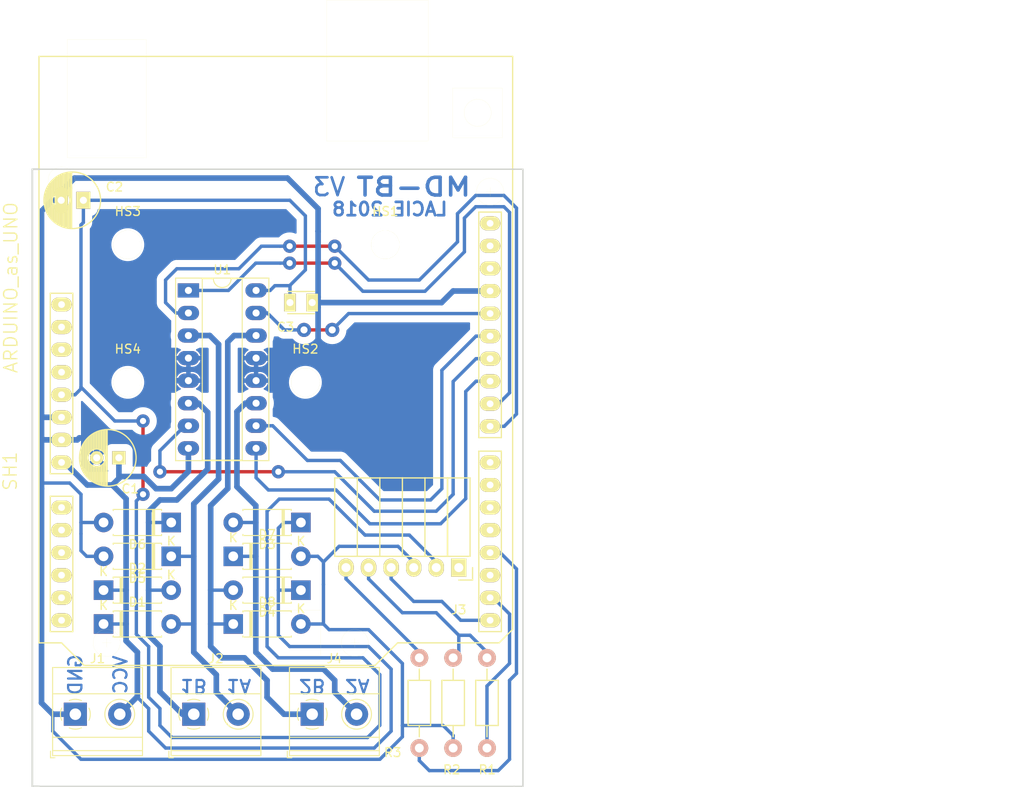
<source format=kicad_pcb>
(kicad_pcb (version 20221018) (generator pcbnew)
  (layers (0 "F.Cu" signal) (31 "B.Cu" signal) (34 "B.Paste" user) (35 "F.Paste" user) (36 "B.SilkS" user "B.Silkscreen") (37 "F.SilkS" user "F.Silkscreen") (38 "B.Mask" user) (39 "F.Mask" user) (44 "Edge.Cuts" user))
  (net 0 "")
  (net 1 "/ME12")
  (net 2 "/M1A")
  (net 3 "GND")
  (net 4 "/M2A")
  (net 5 "VCC")
  (net 6 "/ME34")
  (net 7 "+5V")
  (net 8 "/BT_STATE")
  (net 9 "/BT_TXD")
  (net 10 "Net-(J3-Pad6)")
  (net 11 "/BT_RXD")
  (net 12 "Net-(SH1-PadNC)")
  (net 13 "Net-(SH1-PadRST)")
  (net 14 "+3V3")
  (net 15 "Net-(SH1-PadA0)")
  (net 16 "Net-(SH1-PadA4/1)")
  (net 17 "Net-(SH1-PadA5/1)")
  (net 18 "Net-(SH1-PadAREF)")
  (net 19 "Net-(SH1-PadIREF)")
  (net 20 "Net-(SH1-PadA1)")
  (net 21 "Net-(SH1-PadA2)")
  (net 22 "Net-(SH1-PadA3)")
  (net 23 "Net-(SH1-Pad4)")
  (net 24 "Net-(SH1-Pad5)")
  (net 25 "Net-(SH1-Pad6)")
  (net 26 "Net-(SH1-Pad7)")
  (net 27 "/M1B")
  (net 28 "/M2B")
  (net 29 "/1A")
  (net 30 "/2A")
  (net 31 "/3A")
  (net 32 "/4A")
  (net 33 "Net-(SH1-PadA4/2)")
  (net 34 "Net-(SH1-PadA5/2)")
  (net 35 "Net-(J3-Pad1)")
  (net 36 "Net-(SH1-Pad2)")
  (net 37 "Net-(J3-Pad5)")
  (footprint "Package_DIP:DIP-16_W7.62mm_Socket_LongPads" (layer "F.Cu") (at 42.895 32.2875)
    (fp_text reference "U1" (at 3.81 -2.33) (layer "F.SilkS"))
    (fp_text value "L293")
    (pad "1" thru_hole rect (at 0 0) (size 2.4 1.6) (drill 0.8) (layers "*.Cu" "*.Mask") (net 1 "/ME12"))
    (pad "2" thru_hole oval (at 0 2.54) (size 2.4 1.6) (drill 0.8) (layers "*.Cu" "*.Mask") (net 29 "/1A"))
    (pad "3" thru_hole oval (at 0 5.08) (size 2.4 1.6) (drill 0.8) (layers "*.Cu" "*.Mask") (net 2 "/M1A"))
    (pad "4" thru_hole oval (at 0 7.62) (size 2.4 1.6) (drill 0.8) (layers "*.Cu" "*.Mask") (net 3 "GND"))
    (pad "5" thru_hole oval (at 0 10.16) (size 2.4 1.6) (drill 0.8) (layers "*.Cu" "*.Mask") (net 3 "GND"))
    (pad "6" thru_hole oval (at 0 12.7) (size 2.4 1.6) (drill 0.8) (layers "*.Cu" "*.Mask") (net 27 "/M1B"))
    (pad "7" thru_hole oval (at 0 15.24) (size 2.4 1.6) (drill 0.8) (layers "*.Cu" "*.Mask") (net 30 "/2A"))
    (pad "8" thru_hole oval (at 0 17.78) (size 2.4 1.6) (drill 0.8) (layers "*.Cu" "*.Mask") (net 5 "VCC"))
    (pad "9" thru_hole oval (at 7.62 17.78) (size 2.4 1.6) (drill 0.8) (layers "*.Cu" "*.Mask") (net 6 "/ME34"))
    (pad "10" thru_hole oval (at 7.62 15.24) (size 2.4 1.6) (drill 0.8) (layers "*.Cu" "*.Mask") (net 31 "/3A"))
    (pad "11" thru_hole oval (at 7.62 12.7) (size 2.4 1.6) (drill 0.8) (layers "*.Cu" "*.Mask") (net 4 "/M2A"))
    (pad "12" thru_hole oval (at 7.62 10.16) (size 2.4 1.6) (drill 0.8) (layers "*.Cu" "*.Mask") (net 3 "GND"))
    (pad "13" thru_hole oval (at 7.62 7.62) (size 2.4 1.6) (drill 0.8) (layers "*.Cu" "*.Mask") (net 3 "GND"))
    (pad "14" thru_hole oval (at 7.62 5.08) (size 2.4 1.6) (drill 0.8) (layers "*.Cu" "*.Mask") (net 28 "/M2B"))
    (pad "15" thru_hole oval (at 7.62 2.54) (size 2.4 1.6) (drill 0.8) (layers "*.Cu" "*.Mask") (net 32 "/4A"))
    (pad "16" thru_hole oval (at 7.62 0) (size 2.4 1.6) (drill 0.8) (layers "*.Cu" "*.Mask") (net 7 "+5V"))
  )
  (footprint "Capacitors_ThroughHole:C_Radial_D6.3_L11.2_P2.5" (layer "F.Cu") (at 35.0675 51.135 180)
    (fp_text reference "C1" (at -1.27 -3.4925 180) (layer "F.SilkS"))
    (fp_text value "47uf-50v")
    (pad "1" thru_hole rect (at 0 0 180) (size 1.5 1.5) (drill 0.8) (layers "*.Cu" "*.Mask" "F.SilkS") (net 5 "VCC"))
    (pad "2" thru_hole circle (at 2.5 0 180) (size 1.5 1.5) (drill 0.8) (layers "*.Cu" "*.Mask" "F.SilkS") (net 3 "GND"))
  )
  (footprint "Capacitors_ThroughHole:C_Radial_D6.3_L11.2_P2.5" (layer "F.Cu") (at 31.0675 22.135 180)
    (fp_text reference "C2" (at -3.5 1.5) (layer "F.SilkS"))
    (fp_text value "100uf-6v")
    (pad "1" thru_hole rect (at 0 0 180) (size 1.6 1.9) (drill 0.8) (layers "*.Cu" "*.Mask" "F.SilkS") (net 7 "+5V"))
    (pad "2" thru_hole oval (at 2.5 0 180) (size 1.5 3) (drill 0.8) (layers "*.Cu" "*.Mask" "F.SilkS") (net 3 "GND"))
  )
  (footprint "Capacitors_ThroughHole:C_Disc_D3_P2.5" (layer "F.Cu") (at 54.3325 33.655)
    (fp_text reference "C3" (at -0.5 2.75) (layer "F.SilkS"))
    (fp_text value "100nf")
    (pad "1" thru_hole rect (at 0 0) (size 1.3 2) (drill 0.8) (layers "*.Cu" "*.Mask" "F.SilkS") (net 7 "+5V"))
    (pad "2" thru_hole rect (at 2.5 0) (size 1.3 2) (drill 0.8001) (layers "*.Cu" "*.Mask" "F.SilkS") (net 3 "GND"))
  )
  (footprint "Resistors_ThroughHole:Resistor_Horizontal_RM10mm" (layer "F.Cu") (at 72.7075 73.66 -90)
    (fp_text reference "R2" (at 12.605 0.16) (layer "F.SilkS"))
    (fp_text value "2K")
    (pad "1" thru_hole circle (at 0 0 270) (size 1.99898 1.99898) (drill 1.00076) (layers "*.Cu" "*.SilkS" "*.Mask") (net 37 "Net-(J3-Pad5)"))
    (pad "2" thru_hole circle (at 10.16 0 270) (size 1.99898 1.99898) (drill 1.00076) (layers "*.Cu" "*.SilkS" "*.Mask") (net 3 "GND"))
  )
  (footprint "Arduino_Uno:ARDUINO_as_UNO_R3_CONTOUR_ELL" (layer "F.Cu") (at 52.7375 40.225 -90)
    (fp_text reference "SH1" (at 12.41 29.92 270) (layer "F.SilkS") (effects (font (size 1.5 1.5))))
    (fp_text value "ARDUINO_as_UNO" (at -8.255 29.845 270) (layer "F.SilkS") (effects (font (size 1.5 1.5))))
    (pad "0" thru_hole oval (at 29.21 -24.13 270) (size 1.5748 2.286) (drill 0.762) (layers "*.Cu" "*.Mask" "F.SilkS") (net 9 "/BT_TXD"))
    (pad "1" thru_hole oval (at 26.67 -24.13 270) (size 1.5748 2.286) (drill 0.762) (layers "*.Cu" "*.Mask" "F.SilkS") (net 11 "/BT_RXD"))
    (pad "2" thru_hole oval (at 24.13 -24.13 270) (size 1.5748 2.286) (drill 0.762) (layers "*.Cu" "*.Mask" "F.SilkS") (net 36 "Net-(SH1-Pad2)"))
    (pad "3" thru_hole oval (at 21.59 -24.13 270) (size 1.5748 2.286) (drill 0.762) (layers "*.Cu" "*.Mask" "F.SilkS") (net 8 "/BT_STATE"))
    (pad "3V3" thru_hole oval (at 1.27 24.13 270) (size 1.5748 2.286) (drill 0.762) (layers "*.Cu" "*.Mask" "F.SilkS") (net 14 "+3V3"))
    (pad "4" thru_hole oval (at 19.05 -24.13 270) (size 1.5748 2.286) (drill 0.762) (layers "*.Cu" "*.Mask" "F.SilkS") (net 23 "Net-(SH1-Pad4)"))
    (pad "5" thru_hole oval (at 16.51 -24.13 270) (size 1.5748 2.286) (drill 0.762) (layers "*.Cu" "*.Mask" "F.SilkS") (net 24 "Net-(SH1-Pad5)"))
    (pad "5V" thru_hole oval (at 3.81 24.13 270) (size 1.5748 2.286) (drill 0.762) (layers "*.Cu" "*.Mask" "F.SilkS") (net 7 "+5V"))
    (pad "6" thru_hole oval (at 13.97 -24.13 270) (size 1.5748 2.286) (drill 0.762) (layers "*.Cu" "*.Mask" "F.SilkS") (net 25 "Net-(SH1-Pad6)"))
    (pad "7" thru_hole oval (at 11.43 -24.13 270) (size 1.5748 2.286) (drill 0.762) (layers "*.Cu" "*.Mask" "F.SilkS") (net 26 "Net-(SH1-Pad7)"))
    (pad "8" thru_hole oval (at 7.366 -24.13 270) (size 1.5748 2.286) (drill 0.762) (layers "*.Cu" "*.Mask" "F.SilkS") (net 29 "/1A"))
    (pad "9" thru_hole oval (at 4.826 -24.13 270) (size 1.5748 2.286) (drill 0.762) (layers "*.Cu" "*.Mask" "F.SilkS") (net 1 "/ME12"))
    (pad "10" thru_hole oval (at 2.286 -24.13 270) (size 1.5748 2.286) (drill 0.762) (layers "*.Cu" "*.Mask" "F.SilkS") (net 6 "/ME34"))
    (pad "11" thru_hole oval (at -0.254 -24.13 270) (size 1.5748 2.286) (drill 0.762) (layers "*.Cu" "*.Mask" "F.SilkS") (net 30 "/2A"))
    (pad "12" thru_hole oval (at -2.794 -24.13 270) (size 1.5748 2.286) (drill 0.762) (layers "*.Cu" "*.Mask" "F.SilkS") (net 31 "/3A"))
    (pad "13" thru_hole oval (at -5.334 -24.13 270) (size 1.5748 2.286) (drill 0.762) (layers "*.Cu" "*.Mask" "F.SilkS") (net 32 "/4A"))
    (pad "A0" thru_hole oval (at 16.51 24.13 270) (size 1.5748 2.286) (drill 0.762) (layers "*.Cu" "*.Mask" "F.SilkS") (net 15 "Net-(SH1-PadA0)"))
    (pad "A1" thru_hole oval (at 19.05 24.13 270) (size 1.5748 2.286) (drill 0.762) (layers "*.Cu" "*.Mask" "F.SilkS") (net 20 "Net-(SH1-PadA1)"))
    (pad "A2" thru_hole oval (at 21.59 24.13 270) (size 1.5748 2.286) (drill 0.762) (layers "*.Cu" "*.Mask" "F.SilkS") (net 21 "Net-(SH1-PadA2)"))
    (pad "A3" thru_hole oval (at 24.13 24.13 270) (size 1.5748 2.286) (drill 0.762) (layers "*.Cu" "*.Mask" "F.SilkS") (net 22 "Net-(SH1-PadA3)"))
    (pad "A4/1" thru_hole oval (at 26.67 24.13 270) (size 1.5748 2.286) (drill 0.762) (layers "*.Cu" "*.Mask" "F.SilkS") (net 16 "Net-(SH1-PadA4/1)"))
    (pad "A4/2" thru_hole oval (at -12.954 -24.13 270) (size 1.5748 2.286) (drill 0.762) (layers "*.Cu" "*.Mask" "F.SilkS") (net 33 "Net-(SH1-PadA4/2)"))
    (pad "A5/1" thru_hole oval (at 29.21 24.13 270) (size 1.5748 2.286) (drill 0.762) (layers "*.Cu" "*.Mask" "F.SilkS") (net 17 "Net-(SH1-PadA5/1)"))
    (pad "A5/2" thru_hole oval (at -15.494 -24.13 270) (size 1.5748 2.286) (drill 0.762) (layers "*.Cu" "*.Mask" "F.SilkS") (net 34 "Net-(SH1-PadA5/2)"))
    (pad "AREF" thru_hole oval (at -10.414 -24.13 270) (size 1.5748 2.286) (drill 0.762) (layers "*.Cu" "*.Mask" "F.SilkS") (net 18 "Net-(SH1-PadAREF)"))
    (pad "GND" thru_hole oval (at -7.874 -24.13 270) (size 1.5748 2.286) (drill 0.762) (layers "*.Cu" "*.Mask" "F.SilkS") (net 3 "GND"))
    (pad "GND" thru_hole oval (at 6.35 24.13 270) (size 1.5748 2.286) (drill 0.762) (layers "*.Cu" "*.Mask" "F.SilkS") (net 3 "GND"))
    (pad "GND" thru_hole oval (at 8.89 24.13 270) (size 1.5748 2.286) (drill 0.762) (layers "*.Cu" "*.Mask" "F.SilkS") (net 3 "GND"))
    (pad "IREF" thru_hole oval (at -3.81 24.13 270) (size 1.5748 2.286) (drill 0.762) (layers "*.Cu" "*.Mask" "F.SilkS") (net 19 "Net-(SH1-PadIREF)"))
    (pad "NC" thru_hole oval (at -6.35 24.13 270) (size 1.5748 2.286) (drill 0.762) (layers "*.Cu" "*.Mask" "F.SilkS") (net 12 "Net-(SH1-PadNC)"))
    (pad "RST" thru_hole oval (at -1.27 24.13 270) (size 1.5748 2.286) (drill 0.762) (layers "*.Cu" "*.Mask" "F.SilkS") (net 13 "Net-(SH1-PadRST)"))
    (pad "VIN" thru_hole oval (at 11.43 24.13 270) (size 1.5748 2.286) (drill 0.762) (layers "*.Cu" "*.Mask" "F.SilkS") (net 5 "VCC"))
  )
  (footprint "Mounting_Holes:MountingHole_3.2mm_M3_ISO14580" (layer "F.Cu") (at 65.0675 27.135)
    (fp_text reference "HS1" (at 0 -3.75) (layer "F.SilkS"))
    (fp_text value "Heatsink_PAD")
    (pad "" np_thru_hole circle (at 0 0) (size 3.2 3.2) (drill 3.2) (layers "*.Cu" "*.Mask" "F.SilkS"))
  )
  (footprint "Mounting_Holes:MountingHole_3.2mm_M3_ISO14580" (layer "F.Cu") (at 56.0675 42.635)
    (fp_text reference "HS2" (at 0 -3.75) (layer "F.SilkS"))
    (fp_text value "Heatsink_PAD")
    (pad "" np_thru_hole circle (at 0 0) (size 3.2 3.2) (drill 3.2) (layers "*.Cu" "*.Mask" "F.SilkS"))
  )
  (footprint "Mounting_Holes:MountingHole_3.2mm_M3_ISO14580" (layer "F.Cu") (at 36.0675 27.135)
    (fp_text reference "HS3" (at 0 -3.75) (layer "F.SilkS"))
    (fp_text value "Heatsink_PAD")
    (pad "" np_thru_hole circle (at 0 0) (size 3.2 3.2) (drill 3.2) (layers "*.Cu" "*.Mask" "F.SilkS"))
  )
  (footprint "Mounting_Holes:MountingHole_3.2mm_M3_ISO14580" (layer "F.Cu") (at 36.0675 42.635)
    (fp_text reference "HS4" (at 0 -3.75) (layer "F.SilkS"))
    (fp_text value "Heatsink_PAD")
    (pad "" np_thru_hole circle (at 0 0) (size 3.2 3.2) (drill 3.2) (layers "*.Cu" "*.Mask" "F.SilkS"))
  )
  (footprint "Diode_THT:D_DO-41_SOD81_P7.62mm_Horizontal" (layer "F.Cu") (at 47.9425 69.85)
    (fp_text reference "D8" (at 3.81 -2.47) (layer "F.SilkS"))
    (fp_text value "1N5819")
    (fp_text user "K" (at 0 -2.1) (layer "F.SilkS"))
    (pad "1" thru_hole rect (at 0 0) (size 2.2 2.2) (drill 1.1) (layers "*.Cu" "*.Mask") (net 28 "/M2B"))
    (pad "2" thru_hole oval (at 7.62 0) (size 2.2 2.2) (drill 1.1) (layers "*.Cu" "*.Mask") (net 3 "GND"))
  )
  (footprint "Diode_THT:D_DO-41_SOD81_P7.62mm_Horizontal" (layer "F.Cu") (at 47.9425 62.23)
    (fp_text reference "D7" (at 3.81 -2.47) (layer "F.SilkS"))
    (fp_text value "1N5819")
    (fp_text user "K" (at 0 -2.1) (layer "F.SilkS"))
    (pad "1" thru_hole rect (at 0 0) (size 2.2 2.2) (drill 1.1) (layers "*.Cu" "*.Mask") (net 4 "/M2A"))
    (pad "2" thru_hole oval (at 7.62 0) (size 2.2 2.2) (drill 1.1) (layers "*.Cu" "*.Mask") (net 3 "GND"))
  )
  (footprint "Diode_THT:D_DO-41_SOD81_P7.62mm_Horizontal" (layer "F.Cu") (at 40.9575 58.42 180)
    (fp_text reference "D6" (at 3.81 -2.47 180) (layer "F.SilkS"))
    (fp_text value "1N5819")
    (fp_text user "K" (at 0 -2.1 180) (layer "F.SilkS"))
    (pad "1" thru_hole rect (at 0 0 180) (size 2.2 2.2) (drill 1.1) (layers "*.Cu" "*.Mask") (net 27 "/M1B"))
    (pad "2" thru_hole oval (at 7.62 0 180) (size 2.2 2.2) (drill 1.1) (layers "*.Cu" "*.Mask") (net 3 "GND"))
  )
  (footprint "Diode_THT:D_DO-41_SOD81_P7.62mm_Horizontal" (layer "F.Cu") (at 40.9575 62.23 180)
    (fp_text reference "D5" (at 3.81 -2.47 180) (layer "F.SilkS"))
    (fp_text value "1N5819")
    (fp_text user "K" (at 0 -2.1 180) (layer "F.SilkS"))
    (pad "1" thru_hole rect (at 0 0 180) (size 2.2 2.2) (drill 1.1) (layers "*.Cu" "*.Mask") (net 2 "/M1A"))
    (pad "2" thru_hole oval (at 7.62 0 180) (size 2.2 2.2) (drill 1.1) (layers "*.Cu" "*.Mask") (net 3 "GND"))
  )
  (footprint "Diode_THT:D_DO-41_SOD81_P7.62mm_Horizontal" (layer "F.Cu") (at 33.3375 69.85)
    (fp_text reference "D1" (at 3.81 -2.47) (layer "F.SilkS"))
    (fp_text value "1N5819")
    (fp_text user "K" (at 0 -2.1) (layer "F.SilkS"))
    (pad "1" thru_hole rect (at 0 0) (size 2.2 2.2) (drill 1.1) (layers "*.Cu" "*.Mask") (net 5 "VCC"))
    (pad "2" thru_hole oval (at 7.62 0) (size 2.2 2.2) (drill 1.1) (layers "*.Cu" "*.Mask") (net 2 "/M1A"))
  )
  (footprint "Diode_THT:D_DO-41_SOD81_P7.62mm_Horizontal" (layer "F.Cu") (at 33.3375 66.04)
    (fp_text reference "D2" (at 3.81 -2.47) (layer "F.SilkS"))
    (fp_text value "1N5819")
    (fp_text user "K" (at 0 -2.1) (layer "F.SilkS"))
    (pad "1" thru_hole rect (at 0 0) (size 2.2 2.2) (drill 1.1) (layers "*.Cu" "*.Mask") (net 5 "VCC"))
    (pad "2" thru_hole oval (at 7.62 0) (size 2.2 2.2) (drill 1.1) (layers "*.Cu" "*.Mask") (net 27 "/M1B"))
  )
  (footprint "Diode_THT:D_DO-41_SOD81_P7.62mm_Horizontal" (layer "F.Cu") (at 55.5625 66.04 180)
    (fp_text reference "D4" (at 3.81 -2.47 180) (layer "F.SilkS"))
    (fp_text value "1N5819")
    (fp_text user "K" (at 0 -2.1 180) (layer "F.SilkS"))
    (pad "1" thru_hole rect (at 0 0 180) (size 2.2 2.2) (drill 1.1) (layers "*.Cu" "*.Mask") (net 5 "VCC"))
    (pad "2" thru_hole oval (at 7.62 0 180) (size 2.2 2.2) (drill 1.1) (layers "*.Cu" "*.Mask") (net 28 "/M2B"))
  )
  (footprint "Diode_THT:D_DO-41_SOD81_P7.62mm_Horizontal" (layer "F.Cu") (at 55.5625 58.42 180)
    (fp_text reference "D3" (at 3.81 -2.47 180) (layer "F.SilkS"))
    (fp_text value "1N5819")
    (fp_text user "K" (at 0 -2.1 180) (layer "F.SilkS"))
    (pad "1" thru_hole rect (at 0 0 180) (size 2.2 2.2) (drill 1.1) (layers "*.Cu" "*.Mask") (net 5 "VCC"))
    (pad "2" thru_hole oval (at 7.62 0 180) (size 2.2 2.2) (drill 1.1) (layers "*.Cu" "*.Mask") (net 4 "/M2A"))
  )
  (footprint "Resistors_ThroughHole:Resistor_Horizontal_RM10mm" (layer "F.Cu") (at 68.8975 83.82 90)
    (fp_text reference "R3" (at -0.5 -3 180) (layer "F.SilkS"))
    (fp_text value "2K")
    (pad "1" thru_hole circle (at 0 0 90) (size 1.99898 1.99898) (drill 1.00076) (layers "*.Cu" "*.SilkS" "*.Mask") (net 8 "/BT_STATE"))
    (pad "2" thru_hole circle (at 10.16 0 90) (size 1.99898 1.99898) (drill 1.00076) (layers "*.Cu" "*.SilkS" "*.Mask") (net 10 "Net-(J3-Pad6)"))
  )
  (footprint "Socket_Strips:Socket_Strip_Angled_1x06" (layer "F.Cu") (at 73.3425 63.5 180)
    (fp_text reference "J3" (at 0 -4.75 180) (layer "F.SilkS"))
    (fp_text value "GW-040")
    (pad "1" thru_hole rect (at 0 0 180) (size 1.7272 2.032) (drill 1.016) (layers "*.Cu" "*.Mask" "F.SilkS") (net 35 "Net-(J3-Pad1)"))
    (pad "2" thru_hole oval (at 2.54 0 180) (size 1.7272 2.032) (drill 1.016) (layers "*.Cu" "*.Mask" "F.SilkS") (net 7 "+5V"))
    (pad "3" thru_hole oval (at 5.08 0 180) (size 1.7272 2.032) (drill 1.016) (layers "*.Cu" "*.Mask" "F.SilkS") (net 3 "GND"))
    (pad "4" thru_hole oval (at 7.62 0 180) (size 1.7272 2.032) (drill 1.016) (layers "*.Cu" "*.Mask" "F.SilkS") (net 9 "/BT_TXD"))
    (pad "5" thru_hole oval (at 10.16 0 180) (size 1.7272 2.032) (drill 1.016) (layers "*.Cu" "*.Mask" "F.SilkS") (net 37 "Net-(J3-Pad5)"))
    (pad "6" thru_hole oval (at 12.7 0 180) (size 1.7272 2.032) (drill 1.016) (layers "*.Cu" "*.Mask" "F.SilkS") (net 10 "Net-(J3-Pad6)"))
  )
  (footprint "TerminalBlock_Phoenix:TerminalBlock_Phoenix_MKDS-1,5-2_1x02_P5.00mm_Horizontal" (layer "F.Cu") (at 56.8325 80.01)
    (fp_text reference "J4" (at 2.5 -6.26) (layer "F.SilkS"))
    (fp_text value "Screw_Terminal_01x02")
    (pad "1" thru_hole rect (at 0 0) (size 2.6 2.6) (drill 1.3) (layers "*.Cu" "*.Mask") (net 28 "/M2B"))
    (pad "2" thru_hole circle (at 5 0) (size 2.6 2.6) (drill 1.3) (layers "*.Cu" "*.Mask") (net 4 "/M2A"))
  )
  (footprint "TerminalBlock_Phoenix:TerminalBlock_Phoenix_MKDS-1,5-2_1x02_P5.00mm_Horizontal" (layer "F.Cu") (at 43.4975 80.01)
    (fp_text reference "J2" (at 2.5 -6.26) (layer "F.SilkS"))
    (fp_text value "Screw_Terminal_01x02")
    (pad "1" thru_hole rect (at 0 0) (size 2.6 2.6) (drill 1.3) (layers "*.Cu" "*.Mask") (net 27 "/M1B"))
    (pad "2" thru_hole circle (at 5 0) (size 2.6 2.6) (drill 1.3) (layers "*.Cu" "*.Mask") (net 2 "/M1A"))
  )
  (footprint "Resistors_ThroughHole:Resistor_Horizontal_RM10mm" (layer "F.Cu") (at 76.5175 83.82 90)
    (fp_text reference "R1" (at -2.445 0.03 180) (layer "F.SilkS"))
    (fp_text value "1K")
    (pad "1" thru_hole circle (at 0 0 90) (size 1.99898 1.99898) (drill 1.00076) (layers "*.Cu" "*.SilkS" "*.Mask") (net 11 "/BT_RXD"))
    (pad "2" thru_hole circle (at 10.16 0 90) (size 1.99898 1.99898) (drill 1.00076) (layers "*.Cu" "*.SilkS" "*.Mask") (net 37 "Net-(J3-Pad5)"))
  )
  (footprint "TerminalBlock_Phoenix:TerminalBlock_Phoenix_MKDS-1,5-2_1x02_P5.00mm_Horizontal" (layer "F.Cu") (at 30.1625 80.01)
    (fp_text reference "J1" (at 2.5 -6.26) (layer "F.SilkS"))
    (fp_text value "Screw_Terminal_01x02")
    (pad "1" thru_hole rect (at 0 0) (size 2.6 2.6) (drill 1.3) (layers "*.Cu" "*.Mask") (net 3 "GND"))
    (pad "2" thru_hole circle (at 5 0) (size 2.6 2.6) (drill 1.3) (layers "*.Cu" "*.Mask") (net 5 "VCC"))
  )
  (gr_line (start 25.3175 18.635) (end 26.0675 18.635) (stroke (width 0.2)) (layer "Edge.Cuts"))
  (gr_line (start 80.5675 18.635) (end 79.5675 18.635) (stroke (width 0.15)) (layer "Edge.Cuts"))
  (gr_line (start 80.5675 88.135) (end 79.5675 88.135) (stroke (width 0.15)) (layer "Edge.Cuts"))
  (gr_line (start 79.5675 18.635) (end 26.0675 18.635) (stroke (width 0.15)) (layer "Edge.Cuts"))
  (gr_line (start 26.0675 88.135) (end 79.5675 88.135) (stroke (width 0.15)) (layer "Edge.Cuts"))
  (gr_line (start 26.0675 88.135) (end 25.3175 88.135) (stroke (width 0.2)) (layer "Edge.Cuts"))
  (gr_line (start 25.3175 88.135) (end 25.3175 18.635) (stroke (width 0.2)) (layer "Edge.Cuts"))
  (gr_line (start 80.5675 88.135) (end 80.5675 18.635) (stroke (width 0.15)) (layer "Edge.Cuts"))
  (gr_text "2A" (at 61.9125 76.835 180) (layer "B.Cu") (effects (font (size 1.5 1.5) (thickness 0.25)) (justify mirror)))
  (gr_text "1A" (at 48.5775 76.835 180) (layer "B.Cu") (effects (font (size 1.5 1.5) (thickness 0.25)) (justify mirror)))
  (gr_text "1B" (at 43.4975 76.835 180) (layer "B.Cu") (effects (font (size 1.5 1.5) (thickness 0.25)) (justify mirror)))
  (gr_text "2B" (at 56.8325 76.835 180) (layer "B.Cu") (effects (font (size 1.5 1.5) (thickness 0.25)) (justify mirror)))
  (gr_text "MD-BT" (at 68.2625 20.635) (layer "B.Cu") (effects (font (size 2 2.5) (thickness 0.4)) (justify mirror)))
  (gr_text "GND" (at 30.1625 75.565 90) (layer "B.Cu") (effects (font (size 1.5 1.5) (thickness 0.25)) (justify mirror)))
  (gr_text "V3" (at 58.7375 20.635) (layer "B.Cu") (effects (font (size 2 2) (thickness 0.3)) (justify mirror)))
  (gr_text "LACIE 2018" (at 65.5675 23.135) (layer "B.Cu") (effects (font (size 1.5 1.5) (thickness 0.3)) (justify mirror)))
  (gr_text "VCC" (at 35.2425 75.565 90) (layer "B.Cu") (effects (font (size 1.5 1.5) (thickness 0.25)) (justify mirror)))
  (segment (start 54.2925 29.21) (end 59.3725 29.21) (width 0.381) (layer "F.Cu") (net 1))
  (via (at 54.2925 29.21) (size 1.5) (drill 0.7) (layers "F.Cu" "B.Cu") (net 1))
  (via (at 59.3725 29.21) (size 1.5) (drill 0.7) (layers "F.Cu" "B.Cu") (net 1))
  (segment (start 79.057499 23.494999) (end 78.4225 22.86) (width 0.381) (layer "B.Cu") (net 1))
  (segment (start 47.405 32.2875) (end 50.4825 29.21) (width 0.381) (layer "B.Cu") (net 1))
  (segment (start 53.23184 29.21) (end 54.2925 29.21) (width 0.381) (layer "B.Cu") (net 1))
  (segment (start 50.4825 29.21) (end 53.23184 29.21) (width 0.381) (layer "B.Cu") (net 1))
  (segment (start 76.8675 45.051) (end 77.8215 45.051) (width 0.381) (layer "B.Cu") (net 1))
  (segment (start 60.122499 29.959999) (end 59.3725 29.21) (width 0.381) (layer "B.Cu") (net 1))
  (segment (start 77.8215 45.051) (end 79.057499 43.815001) (width 0.381) (layer "B.Cu") (net 1))
  (segment (start 73.9775 27.94) (end 69.5325 32.385) (width 0.381) (layer "B.Cu") (net 1))
  (segment (start 75.2475 22.86) (end 73.9775 24.13) (width 0.381) (layer "B.Cu") (net 1))
  (segment (start 62.5475 32.385) (end 60.122499 29.959999) (width 0.381) (layer "B.Cu") (net 1))
  (segment (start 79.057499 43.815001) (end 79.057499 23.494999) (width 0.381) (layer "B.Cu") (net 1))
  (segment (start 73.9775 24.13) (end 73.9775 27.94) (width 0.381) (layer "B.Cu") (net 1))
  (segment (start 42.895 32.2875) (end 47.405 32.2875) (width 0.381) (layer "B.Cu") (net 1))
  (segment (start 78.4225 22.86) (end 75.2475 22.86) (width 0.381) (layer "B.Cu") (net 1))
  (segment (start 69.5325 32.385) (end 62.5475 32.385) (width 0.381) (layer "B.Cu") (net 1))
  (segment (start 48.4975 80.01) (end 46.0375 77.55) (width 0.635) (layer "B.Cu") (net 2))
  (segment (start 46.2915 53.527275) (end 46.2915 38.354) (width 0.635) (layer "B.Cu") (net 2))
  (segment (start 46.0375 75.565) (end 43.4975 73.025) (width 0.635) (layer "B.Cu") (net 2))
  (segment (start 43.4975 69.85) (end 43.4975 62.23) (width 0.635) (layer "B.Cu") (net 2))
  (segment (start 46.2915 38.354) (end 45.305 37.3675) (width 0.635) (layer "B.Cu") (net 2))
  (segment (start 43.4975 62.23) (end 43.4975 56.321275) (width 0.635) (layer "B.Cu") (net 2))
  (segment (start 40.9575 62.23) (end 43.4975 62.23) (width 0.381) (layer "B.Cu") (net 2))
  (segment (start 40.9575 69.85) (end 43.4975 69.85) (width 0.381) (layer "B.Cu") (net 2))
  (segment (start 46.0375 77.55) (end 46.0375 75.565) (width 0.635) (layer "B.Cu") (net 2))
  (segment (start 43.4975 56.321275) (end 46.2915 53.527275) (width 0.635) (layer "B.Cu") (net 2))
  (segment (start 45.305 37.3675) (end 42.895 37.3675) (width 0.635) (layer "B.Cu") (net 2))
  (segment (start 43.4975 73.025) (end 43.4975 69.85) (width 0.635) (layer "B.Cu") (net 2))
  (segment (start 55.595 39.9075) (end 57.5 38.0025) (width 0.635) (layer "B.Cu") (net 3))
  (segment (start 57.5 38.0025) (end 57.5 34.1925) (width 0.635) (layer "B.Cu") (net 3))
  (segment (start 54.055 19.635) (end 57.5 23.08) (width 0.635) (layer "B.Cu") (net 3))
  (segment (start 57.5 25.62) (end 57.5 25.635) (width 0.635) (layer "B.Cu") (net 3))
  (segment (start 28.5675 21.135) (end 29.0675 20.635) (width 0.635) (layer "B.Cu") (net 3))
  (segment (start 29.0675 20.635) (end 29.1625 20.54) (width 0.635) (layer "B.Cu") (net 3))
  (segment (start 30.0675 19.635) (end 54.055 19.635) (width 0.635) (layer "B.Cu") (net 3))
  (segment (start 57.5 25.635) (end 57.5 33.02) (width 0.635) (layer "B.Cu") (net 3))
  (segment (start 26.3525 23.35) (end 27.5675 22.135) (width 0.635) (layer "B.Cu") (net 3))
  (segment (start 27.5675 22.135) (end 28.5675 22.135) (width 0.635) (layer "B.Cu") (net 3))
  (segment (start 57.5 33.02) (end 57.5 33.655) (width 0.635) (layer "B.Cu") (net 3))
  (segment (start 27.6225 81.915) (end 30.7975 85.09) (width 0.381) (layer "B.Cu") (net 3))
  (segment (start 31.4325 62.23) (end 30.7975 61.595) (width 0.381) (layer "B.Cu") (net 3))
  (segment (start 58.1025 62.865) (end 59.861489 61.106011) (width 0.381) (layer "B.Cu") (net 3))
  (segment (start 26.3525 53.975) (end 26.3525 54.61) (width 0.635) (layer "B.Cu") (net 3))
  (segment (start 26.3525 46.355) (end 26.3525 23.35) (width 0.635) (layer "B.Cu") (net 3))
  (segment (start 72.7075 32.351) (end 72.0385 33.02) (width 0.635) (layer "B.Cu") (net 3))
  (segment (start 39.0525 48.895) (end 32.7025 48.895) (width 0.635) (layer "B.Cu") (net 3))
  (segment (start 40.3225 43.38) (end 40.3225 47.625) (width 0.635) (layer "B.Cu") (net 3))
  (segment (start 59.861489 61.106011) (end 66.503511 61.106011) (width 0.381) (layer "B.Cu") (net 3))
  (segment (start 28.6075 49.115) (end 26.5725 49.115) (width 0.635) (layer "B.Cu") (net 3))
  (segment (start 32.5675 49.03) (end 32.7025 48.895) (width 0.635) (layer "B.Cu") (net 3))
  (segment (start 26.3525 54.61) (end 26.3525 78.74) (width 0.635) (layer "B.Cu") (net 3))
  (segment (start 71.580992 81.28) (end 66.9925 81.28) (width 0.381) (layer "B.Cu") (net 3))
  (segment (start 41.255 42.4475) (end 40.3225 43.38) (width 0.635) (layer "B.Cu") (net 3))
  (segment (start 57.4675 62.23) (end 58.1025 62.865) (width 0.381) (layer "B.Cu") (net 3))
  (segment (start 57.5 33.655) (end 71.4035 33.655) (width 0.635) (layer "B.Cu") (net 3))
  (segment (start 30.7975 59.69) (end 30.7975 58.42) (width 0.381) (layer "B.Cu") (net 3))
  (segment (start 72.7075 82.406508) (end 71.580992 81.28) (width 0.381) (layer "B.Cu") (net 3))
  (segment (start 64.4525 85.09) (end 66.9925 82.55) (width 0.381) (layer "B.Cu") (net 3))
  (segment (start 50.515 39.9075) (end 55.595 39.9075) (width 0.635) (layer "B.Cu") (net 3))
  (segment (start 66.503511 61.106011) (end 68.295 62.8975) (width 0.381) (layer "B.Cu") (net 3))
  (segment (start 58.1025 69.85) (end 58.1025 65.405) (width 0.381) (layer "B.Cu") (net 3))
  (segment (start 27.6225 80.01) (end 27.6225 81.915) (width 0.381) (layer "B.Cu") (net 3))
  (segment (start 28.6075 46.575) (end 26.5725 46.575) (width 0.635) (layer "B.Cu") (net 3))
  (segment (start 30.7975 58.42) (end 30.7975 55.245) (width 0.381) (layer "B.Cu") (net 3))
  (segment (start 55.5625 69.85) (end 58.1025 69.85) (width 0.381) (layer "B.Cu") (net 3))
  (segment (start 26.3525 48.895) (end 26.3525 46.355) (width 0.635) (layer "B.Cu") (net 3))
  (segment (start 28.5675 22.135) (end 28.5675 21.135) (width 0.635) (layer "B.Cu") (net 3))
  (segment (start 30.0675 19.635) (end 29.0675 20.635) (width 0.635) (layer "B.Cu") (net 3))
  (segment (start 68.295 62.8975) (end 68.295 63.4025) (width 0.381) (layer "B.Cu") (net 3))
  (segment (start 30.6055 48.895) (end 32.7025 48.895) (width 0.635) (layer "B.Cu") (net 3))
  (segment (start 55.5625 62.23) (end 57.4675 62.23) (width 0.381) (layer "B.Cu") (net 3))
  (segment (start 63.1825 70.485) (end 58.7375 70.485) (width 0.381) (layer "B.Cu") (net 3))
  (segment (start 26.3525 78.74) (end 27.6225 80.01) (width 0.635) (layer "B.Cu") (net 3))
  (segment (start 76.8675 32.351) (end 72.7075 32.351) (width 0.635) (layer "B.Cu") (net 3))
  (segment (start 33.3375 62.23) (end 31.4325 62.23) (width 0.381) (layer "B.Cu") (net 3))
  (segment (start 26.5725 49.115) (end 26.3525 48.895) (width 0.635) (layer "B.Cu") (net 3))
  (segment (start 42.895 42.4475) (end 41.255 42.4475) (width 0.635) (layer "B.Cu") (net 3))
  (segment (start 71.4035 33.655) (end 72.0385 33.02) (width 0.635) (layer "B.Cu") (net 3))
  (segment (start 30.7975 61.595) (end 30.7975 59.69) (width 0.381) (layer "B.Cu") (net 3))
  (segment (start 27.6225 80.01) (end 30.1625 80.01) (width 0.635) (layer "B.Cu") (net 3))
  (segment (start 28.6075 49.115) (end 30.3855 49.115) (width 0.635) (layer "B.Cu") (net 3))
  (segment (start 58.7375 70.485) (end 58.1025 69.85) (width 0.381) (layer "B.Cu") (net 3))
  (segment (start 26.3525 48.895) (end 26.3525 53.975) (width 0.635) (layer "B.Cu") (net 3))
  (segment (start 40.3225 47.625) (end 39.0525 48.895) (width 0.635) (layer "B.Cu") (net 3))
  (segment (start 30.3855 49.115) (end 30.6055 48.895) (width 0.635) (layer "B.Cu") (net 3))
  (segment (start 72.7075 83.82) (end 72.7075 82.406508) (width 0.381) (layer "B.Cu") (net 3))
  (segment (start 56.8325 33.655) (end 57.5 33.655) (width 0.381) (layer "B.Cu") (net 3))
  (segment (start 32.5675 51.135) (end 32.5675 49.03) (width 0.635) (layer "B.Cu") (net 3))
  (segment (start 66.9925 74.295) (end 63.1825 70.485) (width 0.381) (layer "B.Cu") (net 3))
  (segment (start 30.7975 85.09) (end 64.4525 85.09) (width 0.381) (layer "B.Cu") (net 3))
  (segment (start 66.9925 81.28) (end 66.9925 74.295) (width 0.381) (layer "B.Cu") (net 3))
  (segment (start 29.5275 53.975) (end 26.3525 53.975) (width 0.381) (layer "B.Cu") (net 3))
  (segment (start 66.9925 82.55) (end 66.9925 81.28) (width 0.381) (layer "B.Cu") (net 3))
  (segment (start 33.3375 58.42) (end 30.7975 58.42) (width 0.381) (layer "B.Cu") (net 3))
  (segment (start 30.7975 55.245) (end 29.5275 53.975) (width 0.381) (layer "B.Cu") (net 3))
  (segment (start 57.5 33.655) (end 57.5 34.1925) (width 0.635) (layer "B.Cu") (net 3))
  (segment (start 58.1025 65.405) (end 58.1025 62.865) (width 0.381) (layer "B.Cu") (net 3))
  (segment (start 57.5 25.635) (end 57.5 23.08) (width 0.635) (layer "B.Cu") (net 3))
  (segment (start 26.5725 46.575) (end 26.3525 46.355) (width 0.635) (layer "B.Cu") (net 3))
  (segment (start 58.1025 74.93) (end 59.3725 76.2) (width 0.635) (layer "B.Cu") (net 4))
  (segment (start 59.3725 76.2) (end 59.3725 77.55) (width 0.635) (layer "B.Cu") (net 4))
  (segment (start 48.36152 54.39402) (end 50.4825 56.515) (width 0.635) (layer "B.Cu") (net 4))
  (segment (start 47.9425 62.23) (end 50.4825 62.23) (width 0.381) (layer "B.Cu") (net 4))
  (segment (start 59.3725 77.55) (end 61.8325 80.01) (width 0.635) (layer "B.Cu") (net 4))
  (segment (start 50.4825 62.23) (end 50.4825 73.025) (width 0.635) (layer "B.Cu") (net 4))
  (segment (start 49.31 44.9875) (end 48.36152 45.93598) (width 0.635) (layer "B.Cu") (net 4))
  (segment (start 50.4825 58.42) (end 50.4825 62.23) (width 0.635) (layer "B.Cu") (net 4))
  (segment (start 50.4825 56.515) (end 50.4825 58.42) (width 0.635) (layer "B.Cu") (net 4))
  (segment (start 52.3875 74.93) (end 58.1025 74.93) (width 0.635) (layer "B.Cu") (net 4))
  (segment (start 50.4825 73.025) (end 52.3875 74.93) (width 0.635) (layer "B.Cu") (net 4))
  (segment (start 50.515 44.9875) (end 49.31 44.9875) (width 0.635) (layer "B.Cu") (net 4))
  (segment (start 61.8325 80.01) (end 61.8325 79.295) (width 0.635) (layer "B.Cu") (net 4))
  (segment (start 48.36152 45.93598) (end 48.36152 54.39402) (width 0.635) (layer "B.Cu") (net 4))
  (segment (start 47.9425 58.42) (end 50.4825 58.42) (width 0.381) (layer "B.Cu") (net 4))
  (segment (start 35.0675 53.45) (end 35.275 53.2425) (width 0.635) (layer "B.Cu") (net 5))
  (segment (start 53.0225 71.12) (end 53.0225 66.04) (width 0.381) (layer "B.Cu") (net 5))
  (segment (start 38.4175 79.375) (end 38.4175 81.915) (width 0.381) (layer "B.Cu") (net 5))
  (segment (start 53.6575 58.42) (end 55.5625 58.42) (width 0.381) (layer "B.Cu") (net 5))
  (segment (start 34.3225 54.195) (end 35.8775 55.75) (width 0.635) (layer "B.Cu") (net 5))
  (segment (start 63.8175 83.82) (end 65.7225 81.915) (width 0.381) (layer "B.Cu") (net 5))
  (segment (start 35.0675 51.135) (end 35.0675 53.45) (width 0.635) (layer "B.Cu") (net 5))
  (segment (start 40.3225 83.82) (end 63.8175 83.82) (width 0.381) (layer "B.Cu") (net 5))
  (segment (start 65.7225 74.93) (end 63.1825 72.39) (width 0.381) (layer "B.Cu") (net 5))
  (segment (start 42.895 52.6725) (end 42.895 51.5025) (width 0.635) (layer "B.Cu") (net 5))
  (segment (start 28.9631 51.655) (end 28.6075 51.655) (width 0.635) (layer "B.Cu") (net 5))
  (segment (start 37.1475 73.025) (end 37.1475 78.025) (width 0.635) (layer "B.Cu") (net 5))
  (segment (start 53.0225 66.04) (end 53.0225 59.055) (width 0.381) (layer "B.Cu") (net 5))
  (segment (start 33.3375 66.04) (end 35.8775 66.04) (width 0.381) (layer "B.Cu") (net 5))
  (segment (start 38.4175 81.915) (end 40.3225 83.82) (width 0.381) (layer "B.Cu") (net 5))
  (segment (start 35.8775 66.04) (end 35.8775 69.85) (width 0.635) (layer "B.Cu") (net 5))
  (segment (start 35.8775 69.85) (end 35.8775 71.755) (width 0.635) (layer "B.Cu") (net 5))
  (segment (start 53.0225 59.055) (end 53.6575 58.42) (width 0.381) (layer "B.Cu") (net 5))
  (segment (start 37.1475 78.025) (end 37.1475 78.105) (width 0.381) (layer "B.Cu") (net 5))
  (segment (start 65.7225 81.915) (end 65.7225 74.93) (width 0.381) (layer "B.Cu") (net 5))
  (segment (start 55.5625 66.04) (end 53.0225 66.04) (width 0.381) (layer "B.Cu") (net 5))
  (segment (start 40.9575 54.61) (end 42.895 52.6725) (width 0.635) (layer "B.Cu") (net 5))
  (segment (start 34.3225 54.195) (end 35.275 53.2425) (width 0.635) (layer "B.Cu") (net 5))
  (segment (start 37.1475 78.025) (end 35.1625 80.01) (width 0.635) (layer "B.Cu") (net 5))
  (segment (start 35.8775 71.755) (end 37.1475 73.025) (width 0.635) (layer "B.Cu") (net 5))
  (segment (start 34.3225 54.195) (end 31.5031 54.195) (width 0.635) (layer "B.Cu") (net 5))
  (segment (start 63.1825 72.39) (end 54.2925 72.39) (width 0.381) (layer "B.Cu") (net 5))
  (segment (start 35.8775 55.75) (end 35.8775 66.04) (width 0.635) (layer "B.Cu") (net 5))
  (segment (start 54.2925 72.39) (end 53.0225 71.12) (width 0.381) (layer "B.Cu") (net 5))
  (segment (start 42.895 51.5025) (end 42.895 50.0675) (width 0.635) (layer "B.Cu") (net 5))
  (segment (start 35.275 53.2425) (end 37.882501 53.2425) (width 0.635) (layer "B.Cu") (net 5))
  (segment (start 37.1475 78.105) (end 38.4175 79.375) (width 0.381) (layer "B.Cu") (net 5))
  (segment (start 37.882501 53.2425) (end 39.250001 54.61) (width 0.635) (layer "B.Cu") (net 5))
  (segment (start 31.5031 54.195) (end 28.9631 51.655) (width 0.635) (layer "B.Cu") (net 5))
  (segment (start 33.3375 69.85) (end 35.8775 69.85) (width 0.381) (layer "B.Cu") (net 5))
  (segment (start 39.250001 54.61) (end 40.9575 54.61) (width 0.635) (layer "B.Cu") (net 5))
  (segment (start 50.515 53.3725) (end 51.898511 54.756011) (width 0.381) (layer "B.Cu") (net 6))
  (segment (start 74.123511 55.733989) (end 74.123511 43.668989) (width 0.381) (layer "B.Cu") (net 6))
  (segment (start 63.32851 58.56601) (end 71.29149 58.56601) (width 0.381) (layer "B.Cu") (net 6))
  (segment (start 74.123511 43.668989) (end 75.2815 42.511) (width 0.381) (layer "B.Cu") (net 6))
  (segment (start 51.898511 54.756011) (end 59.518511 54.756011) (width 0.381) (layer "B.Cu") (net 6))
  (segment (start 71.29149 58.56601) (end 74.123511 55.733989) (width 0.381) (layer "B.Cu") (net 6))
  (segment (start 59.518511 54.756011) (end 63.32851 58.56601) (width 0.381) (layer "B.Cu") (net 6))
  (segment (start 50.515 50.0675) (end 50.515 53.3725) (width 0.381) (layer "B.Cu") (net 6))
  (segment (start 75.2815 42.511) (end 76.8675 42.511) (width 0.381) (layer "B.Cu") (net 6))
  (segment (start 37.7825 46.99) (end 37.7825 55.245016) (width 0.381) (layer "F.Cu") (net 7))
  (via (at 37.7825 46.99) (size 1.5) (drill 0.7) (layers "F.Cu" "B.Cu") (net 7))
  (via (at 37.7825 55.245016) (size 1.5) (drill 0.7) (layers "F.Cu" "B.Cu") (net 7))
  (segment (start 30.5125 22.69) (end 31.0675 22.135) (width 0.381) (layer "B.Cu") (net 7))
  (segment (start 67.773511 59.836011) (end 70.835 62.8975) (width 0.381) (layer "B.Cu") (net 7))
  (segment (start 38.4175 72.39) (end 38.4175 78.105) (width 0.381) (layer "B.Cu") (net 7))
  (segment (start 39.6875 81.28) (end 41.0425 82.635) (width 0.381) (layer "B.Cu") (net 7))
  (segment (start 50.515 32.2875) (end 52.096 32.2875) (width 0.381) (layer "B.Cu") (net 7))
  (segment (start 31.0675 24.635) (end 31.0675 22.135) (width 0.381) (layer "B.Cu") (net 7))
  (segment (start 41.0425 82.635) (end 63.0675 82.635) (width 0.381) (layer "B.Cu") (net 7))
  (segment (start 70.835 62.8975) (end 70.835 63.4025) (width 0.381) (layer "B.Cu") (net 7))
  (segment (start 58.730442 55.7825) (end 62.783953 59.836011) (width 0.381) (layer "B.Cu") (net 7))
  (segment (start 51.7525 72.39) (end 51.7525 57.15) (width 0.381) (layer "B.Cu") (net 7))
  (segment (start 64.4525 81.25) (end 64.4525 75.565) (width 0.381) (layer "B.Cu") (net 7))
  (segment (start 53.0225 73.66) (end 51.7525 72.39) (width 0.381) (layer "B.Cu") (net 7))
  (segment (start 63.0675 82.635) (end 64.4525 81.25) (width 0.381) (layer "B.Cu") (net 7))
  (segment (start 37.7825 55.245016) (end 37.032501 55.995015) (width 0.381) (layer "B.Cu") (net 7))
  (segment (start 34.6075 46.99) (end 37.7825 46.99) (width 0.381) (layer "B.Cu") (net 7))
  (segment (start 39.6875 79.375) (end 39.6875 81.28) (width 0.381) (layer "B.Cu") (net 7))
  (segment (start 28.6075 44.035) (end 30.1315 44.035) (width 0.381) (layer "B.Cu") (net 7))
  (segment (start 51.7525 57.15) (end 53.12 55.7825) (width 0.381) (layer "B.Cu") (net 7))
  (segment (start 38.4175 78.105) (end 39.6875 79.375) (width 0.381) (layer "B.Cu") (net 7))
  (segment (start 30.1315 44.035) (end 30.7975 43.369) (width 0.381) (layer "B.Cu") (net 7))
  (segment (start 62.5475 73.66) (end 53.0225 73.66) (width 0.381) (layer "B.Cu") (net 7))
  (segment (start 37.032501 71.005001) (end 38.4175 72.39) (width 0.381) (layer "B.Cu") (net 7))
  (segment (start 64.4525 75.565) (end 62.5475 73.66) (width 0.381) (layer "B.Cu") (net 7))
  (segment (start 52.096 32.2875) (end 52.6335 31.75) (width 0.381) (layer "B.Cu") (net 7))
  (segment (start 62.783953 59.836011) (end 67.773511 59.836011) (width 0.381) (layer "B.Cu") (net 7))
  (segment (start 30.7975 43.18) (end 30.7975 24.905) (width 0.381) (layer "B.Cu") (net 7))
  (segment (start 54.3325 31.79) (end 54.2925 31.75) (width 0.381) (layer "B.Cu") (net 7))
  (segment (start 52.6335 31.75) (end 54.2925 31.75) (width 0.381) (layer "B.Cu") (net 7))
  (segment (start 54.2925 31.75) (end 56.0675 29.975) (width 0.381) (layer "B.Cu") (net 7))
  (segment (start 30.7975 43.369) (end 30.7975 43.18) (width 0.381) (layer "B.Cu") (net 7))
  (segment (start 54.3325 33.655) (end 54.3325 31.79) (width 0.381) (layer "B.Cu") (net 7))
  (segment (start 53.12 55.7825) (end 58.730442 55.7825) (width 0.381) (layer "B.Cu") (net 7))
  (segment (start 54.3175 22.135) (end 31.0675 22.135) (width 0.381) (layer "B.Cu") (net 7))
  (segment (start 30.7975 43.18) (end 34.6075 46.99) (width 0.381) (layer "B.Cu") (net 7))
  (segment (start 56.0675 29.975) (end 56.0675 23.885) (width 0.381) (layer "B.Cu") (net 7))
  (segment (start 30.7975 24.905) (end 31.0675 24.635) (width 0.381) (layer "B.Cu") (net 7))
  (segment (start 37.032501 55.995015) (end 37.032501 71.005001) (width 0.381) (layer "B.Cu") (net 7))
  (segment (start 56.0675 23.885) (end 54.3175 22.135) (width 0.381) (layer "B.Cu") (net 7))
  (segment (start 68.8975 83.82) (end 68.8975 85.233492) (width 0.381) (layer "B.Cu") (net 8))
  (segment (start 77.7875 86.36) (end 79.0575 85.09) (width 0.381) (layer "B.Cu") (net 8))
  (segment (start 79.0575 85.09) (end 79.0575 76.2) (width 0.381) (layer "B.Cu") (net 8))
  (segment (start 70.024008 86.36) (end 77.7875 86.36) (width 0.381) (layer "B.Cu") (net 8))
  (segment (start 68.8975 85.233492) (end 70.024008 86.36) (width 0.381) (layer "B.Cu") (net 8))
  (segment (start 79.83851 75.41899) (end 79.83851 63.64601) (width 0.381) (layer "B.Cu") (net 8))
  (segment (start 78.0075 61.815) (end 76.8675 61.815) (width 0.381) (layer "B.Cu") (net 8))
  (segment (start 79.83851 63.64601) (end 78.0075 61.815) (width 0.381) (layer "B.Cu") (net 8))
  (segment (start 79.0575 76.2) (end 79.83851 75.41899) (width 0.381) (layer "B.Cu") (net 8))
  (segment (start 76.8675 69.435) (end 73.5625 69.435) (width 0.381) (layer "B.Cu") (net 9))
  (segment (start 68.2625 67.31) (end 65.7225 64.77) (width 0.381) (layer "B.Cu") (net 9))
  (segment (start 65.7225 64.77) (end 65.7225 63.5) (width 0.381) (layer "B.Cu") (net 9))
  (segment (start 73.5625 69.435) (end 71.4375 67.31) (width 0.381) (layer "B.Cu") (net 9))
  (segment (start 71.4375 67.31) (end 68.2625 67.31) (width 0.381) (layer "B.Cu") (net 9))
  (segment (start 69.5325 73.66) (end 60.6425 64.77) (width 0.381) (layer "B.Cu") (net 10))
  (segment (start 60.6425 64.77) (end 60.6425 63.5) (width 0.381) (layer "B.Cu") (net 10))
  (segment (start 79.057499 68.729399) (end 77.2231 66.895) (width 0.381) (layer "B.Cu") (net 11))
  (segment (start 79.057499 74.295001) (end 79.057499 68.729399) (width 0.381) (layer "B.Cu") (net 11))
  (segment (start 76.5175 83.82) (end 76.5175 76.835) (width 0.381) (layer "B.Cu") (net 11))
  (segment (start 76.5175 76.835) (end 79.057499 74.295001) (width 0.381) (layer "B.Cu") (net 11))
  (segment (start 77.2231 66.895) (end 76.8675 66.895) (width 0.381) (layer "B.Cu") (net 11))
  (segment (start 39.6875 55.88) (end 38.4175 57.15) (width 0.635) (layer "B.Cu") (net 27))
  (segment (start 42.2275 80.01) (end 43.4975 80.01) (width 0.635) (layer "B.Cu") (net 27))
  (segment (start 44.035 44.9875) (end 45.0675 46.02) (width 0.635) (layer "B.Cu") (net 27))
  (segment (start 39.6875 77.47) (end 42.2275 80.01) (width 0.635) (layer "B.Cu") (net 27))
  (segment (start 42.895 44.9875) (end 44.035 44.9875) (width 0.635) (layer "B.Cu") (net 27))
  (segment (start 39.6875 72.37588) (end 39.6875 77.47) (width 0.635) (layer "B.Cu") (net 27))
  (segment (start 38.4175 66.04) (end 38.4175 71.10588) (width 0.635) (layer "B.Cu") (net 27))
  (segment (start 45.0675 52.405) (end 41.5925 55.88) (width 0.635) (layer "B.Cu") (net 27))
  (segment (start 38.4175 57.15) (end 38.4175 58.42) (width 0.635) (layer "B.Cu") (net 27))
  (segment (start 41.5925 55.88) (end 39.6875 55.88) (width 0.635) (layer "B.Cu") (net 27))
  (segment (start 40.9575 66.04) (end 38.4175 66.04) (width 0.381) (layer "B.Cu") (net 27))
  (segment (start 38.4175 71.10588) (end 39.6875 72.37588) (width 0.635) (layer "B.Cu") (net 27))
  (segment (start 45.0675 46.02) (end 45.0675 52.405) (width 0.635) (layer "B.Cu") (net 27))
  (segment (start 38.4175 58.42) (end 38.4175 66.04) (width 0.635) (layer "B.Cu") (net 27))
  (segment (start 40.9575 58.42) (end 38.4175 58.42) (width 0.381) (layer "B.Cu") (net 27))
  (segment (start 45.4025 66.04) (end 45.4025 69.85) (width 0.635) (layer "B.Cu") (net 28))
  (segment (start 45.4025 56.515) (end 45.4025 66.04) (width 0.635) (layer "B.Cu") (net 28))
  (segment (start 45.4025 69.85) (end 45.4025 72.39) (width 0.635) (layer "B.Cu") (net 28))
  (segment (start 47.9425 69.85) (end 45.4025 69.85) (width 0.381) (layer "B.Cu") (net 28))
  (segment (start 49.2125 73.66) (end 51.7525 76.2) (width 0.635) (layer "B.Cu") (net 28))
  (segment (start 51.7525 78.105) (end 53.6575 80.01) (width 0.635) (layer "B.Cu") (net 28))
  (segment (start 48.04 37.3675) (end 47.32651 38.08099) (width 0.635) (layer "B.Cu") (net 28))
  (segment (start 47.32651 38.08099) (end 47.32651 54.59099) (width 0.635) (layer "B.Cu") (net 28))
  (segment (start 45.4025 72.39) (end 46.6725 73.66) (width 0.635) (layer "B.Cu") (net 28))
  (segment (start 47.9425 66.04) (end 45.4025 66.04) (width 0.381) (layer "B.Cu") (net 28))
  (segment (start 51.7525 76.2) (end 51.7525 78.105) (width 0.635) (layer "B.Cu") (net 28))
  (segment (start 50.515 37.3675) (end 48.04 37.3675) (width 0.635) (layer "B.Cu") (net 28))
  (segment (start 53.6575 80.01) (end 56.8325 80.01) (width 0.635) (layer "B.Cu") (net 28))
  (segment (start 46.6725 73.66) (end 49.2125 73.66) (width 0.635) (layer "B.Cu") (net 28))
  (segment (start 47.32651 54.59099) (end 45.4025 56.515) (width 0.635) (layer "B.Cu") (net 28))
  (segment (start 54.2925 27.305) (end 59.3725 27.305) (width 0.381) (layer "F.Cu") (net 29))
  (via (at 59.3725 27.305) (size 1.5) (drill 0.7) (layers "F.Cu" "B.Cu") (net 29))
  (via (at 54.2925 27.305) (size 1.5) (drill 0.7) (layers "F.Cu" "B.Cu") (net 29))
  (segment (start 42.895 34.8275) (end 41.495 34.8275) (width 0.381) (layer "B.Cu") (net 29))
  (segment (start 68.8975 31.115) (end 73.19649 26.81601) (width 0.381) (layer "B.Cu") (net 29))
  (segment (start 78.4225 21.59) (end 79.838508 23.006008) (width 0.381) (layer "B.Cu") (net 29))
  (segment (start 73.19649 26.81601) (end 73.19649 23.64101) (width 0.381) (layer "B.Cu") (net 29))
  (segment (start 73.19649 23.64101) (end 75.2475 21.59) (width 0.381) (layer "B.Cu") (net 29))
  (segment (start 63.1825 31.115) (end 68.8975 31.115) (width 0.381) (layer "B.Cu") (net 29))
  (segment (start 75.2475 21.59) (end 78.4225 21.59) (width 0.381) (layer "B.Cu") (net 29))
  (segment (start 41.495 34.8275) (end 40.3225 33.655) (width 0.381) (layer "B.Cu") (net 29))
  (segment (start 79.838508 46.208992) (end 78.4565 47.591) (width 0.381) (layer "B.Cu") (net 29))
  (segment (start 48.5775 29.845) (end 51.1175 27.305) (width 0.381) (layer "B.Cu") (net 29))
  (segment (start 40.3225 33.655) (end 40.3225 31.115) (width 0.381) (layer "B.Cu") (net 29))
  (segment (start 41.5925 29.845) (end 48.5775 29.845) (width 0.381) (layer "B.Cu") (net 29))
  (segment (start 53.23184 27.305) (end 54.2925 27.305) (width 0.381) (layer "B.Cu") (net 29))
  (segment (start 59.3725 27.305) (end 63.1825 31.115) (width 0.381) (layer "B.Cu") (net 29))
  (segment (start 79.838508 23.006008) (end 79.838508 46.208992) (width 0.381) (layer "B.Cu") (net 29))
  (segment (start 51.1175 27.305) (end 53.23184 27.305) (width 0.381) (layer "B.Cu") (net 29))
  (segment (start 40.3225 31.115) (end 41.5925 29.845) (width 0.381) (layer "B.Cu") (net 29))
  (segment (start 78.4565 47.591) (end 76.8675 47.591) (width 0.381) (layer "B.Cu") (net 29))
  (segment (start 39.6875 52.705) (end 53.0225 52.705) (width 0.381) (layer "F.Cu") (net 30))
  (via (at 39.6875 52.705) (size 1.5) (drill 0.7) (layers "F.Cu" "B.Cu") (net 30))
  (via (at 53.0225 52.705) (size 1.5) (drill 0.7) (layers "F.Cu" "B.Cu") (net 30))
  (segment (start 39.6875 50.335) (end 39.6875 52.705) (width 0.381) (layer "B.Cu") (net 30))
  (segment (start 70.8025 57.15) (end 72.7075 55.245) (width 0.381) (layer "B.Cu") (net 30))
  (segment (start 53.0225 52.705) (end 59.3725 52.705) (width 0.381) (layer "B.Cu") (net 30))
  (segment (start 63.8175 57.15) (end 70.8025 57.15) (width 0.381) (layer "B.Cu") (net 30))
  (segment (start 59.3725 52.705) (end 63.8175 57.15) (width 0.381) (layer "B.Cu") (net 30))
  (segment (start 42.895 47.5275) (end 43.53 47.5275) (width 0.381) (layer "B.Cu") (net 30))
  (segment (start 42.895 47.5275) (end 42.495 47.5275) (width 0.381) (layer "B.Cu") (net 30))
  (segment (start 72.7075 42.545) (end 75.2815 39.971) (width 0.381) (layer "B.Cu") (net 30))
  (segment (start 42.495 47.5275) (end 39.6875 50.335) (width 0.381) (layer "B.Cu") (net 30))
  (segment (start 72.7075 55.245) (end 72.7075 42.545) (width 0.381) (layer "B.Cu") (net 30))
  (segment (start 75.2815 39.971) (end 76.8675 39.971) (width 0.381) (layer "B.Cu") (net 30))
  (segment (start 60.0075 51.435) (end 64.4525 55.88) (width 0.381) (layer "B.Cu") (net 31))
  (segment (start 50.515 47.5275) (end 52.3875 47.5275) (width 0.381) (layer "B.Cu") (net 31))
  (segment (start 70.1675 55.88) (end 71.4375 54.61) (width 0.381) (layer "B.Cu") (net 31))
  (segment (start 64.4525 55.88) (end 70.1675 55.88) (width 0.381) (layer "B.Cu") (net 31))
  (segment (start 71.4375 41.275) (end 75.2815 37.431) (width 0.381) (layer "B.Cu") (net 31))
  (segment (start 76.8675 37.431) (end 76.4865 37.431) (width 0.381) (layer "B.Cu") (net 31))
  (segment (start 75.2815 37.431) (end 76.8675 37.431) (width 0.381) (layer "B.Cu") (net 31))
  (segment (start 56.295 51.435) (end 52.3875 47.5275) (width 0.381) (layer "B.Cu") (net 31))
  (segment (start 71.4375 54.61) (end 71.4375 41.275) (width 0.381) (layer "B.Cu") (net 31))
  (segment (start 60.0075 51.435) (end 56.295 51.435) (width 0.381) (layer "B.Cu") (net 31))
  (segment (start 55.9125 36.7325) (end 59.0875 36.7325) (width 0.381) (layer "F.Cu") (net 32))
  (via (at 59.0875 36.7325) (size 1.6) (drill 0.8) (layers "F.Cu" "B.Cu") (net 32))
  (via (at 55.9125 36.7325) (size 1.6) (drill 0.8) (layers "F.Cu" "B.Cu") (net 32))
  (segment (start 51.785 34.8275) (end 53.69 36.7325) (width 0.381) (layer "B.Cu") (net 32))
  (segment (start 53.69 36.7325) (end 55.9125 36.7325) (width 0.381) (layer "B.Cu") (net 32))
  (segment (start 76.8675 34.891) (end 76.4865 34.891) (width 0.381) (layer "B.Cu") (net 32))
  (segment (start 76.8675 34.891) (end 60.929 34.891) (width 0.381) (layer "B.Cu") (net 32))
  (segment (start 50.515 34.8275) (end 51.785 34.8275) (width 0.381) (layer "B.Cu") (net 32))
  (segment (start 60.929 34.891) (end 59.0875 36.7325) (width 0.381) (layer "B.Cu") (net 32))
  (segment (start 76.8675 27.271) (end 76.804 27.271) (width 0.381) (layer "B.Cu") (net 33))
  (segment (start 76.8675 27.271) (end 76.169 27.271) (width 0.381) (layer "B.Cu") (net 33))
  (segment (start 63.1825 64.77) (end 63.1825 63.5) (width 0.381) (layer "B.Cu") (net 37))
  (segment (start 73.3425 73.66) (end 73.3425 71.12) (width 0.381) (layer "B.Cu") (net 37))
  (segment (start 70.8025 68.58) (end 66.9925 68.58) (width 0.381) (layer "B.Cu") (net 37))
  (segment (start 73.3425 71.12) (end 70.8025 68.58) (width 0.381) (layer "B.Cu") (net 37))
  (segment (start 73.3425 71.12) (end 74.6125 71.12) (width 0.381) (layer "B.Cu") (net 37))
  (segment (start 74.6125 71.12) (end 77.1525 73.66) (width 0.381) (layer "B.Cu") (net 37))
  (segment (start 66.9925 68.58) (end 63.1825 64.77) (width 0.381) (layer "B.Cu") (net 37))
  (zone (net 3) (net_name "GND") (layer "B.Cu") (connect_pads (clearance 0.8)) (min_thickness 0.2) (fill yes (thermal_gap 0.1778) (thermal_bridge_width 0.508))
    (polygon (pts (xy 55.5625 29.21) (xy 40.9575 29.21) (xy 40.9575 38.735) (xy 45.4025 38.735) (xy 45.4025 43.815) (xy 40.9575 43.815) (xy 40.9575 52.07) (xy 40.3225 52.705) (xy 30.7975 52.705) (xy 30.7975 22.86) (xy 55.5625 22.86)))
  )
  (zone (net 3) (net_name "GND") (layer "B.Cu") (connect_pads (clearance 0.8)) (min_thickness 0.2) (fill yes (thermal_gap 0.1778) (thermal_bridge_width 0.508))
    (polygon (pts (xy 52.3875 52.07) (xy 52.3875 43.815) (xy 47.9425 43.815) (xy 47.9425 38.735) (xy 52.3875 38.735) (xy 52.3875 37.465) (xy 60.0075 37.465) (xy 62.5475 34.925) (xy 70.1675 34.925) (xy 74.6125 34.925) (xy 74.6125 37.465) (xy 71.4375 40.64) (xy 71.4375 56.515) (xy 70.8025 57.15) (xy 64.4525 57.15) (xy 59.3725 52.07)))
  )
)
</source>
